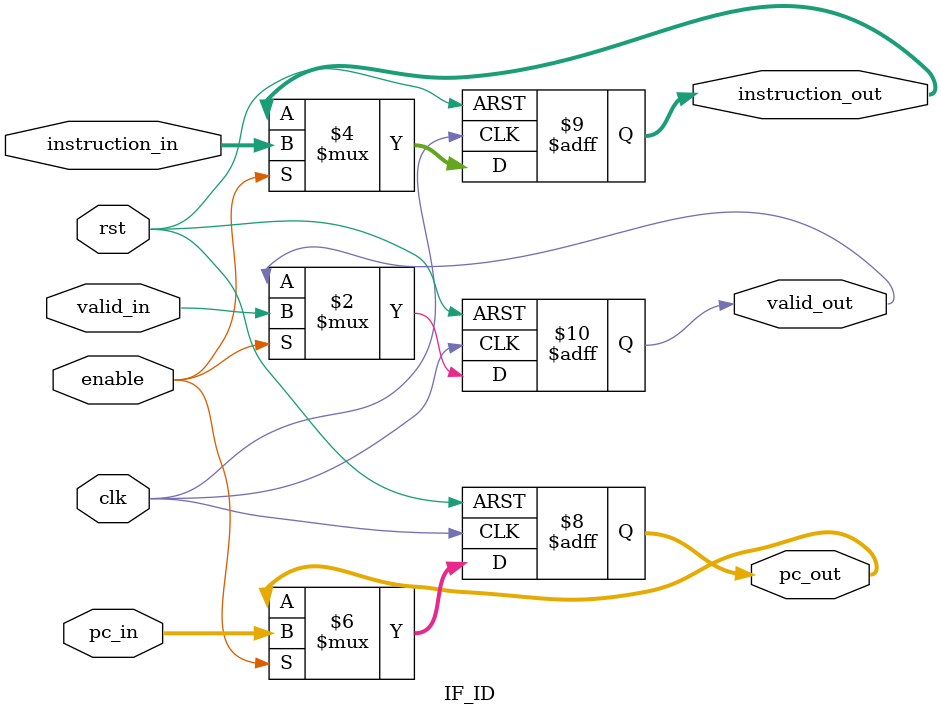
<source format=v>
`timescale 1ns/1ps
`default_nettype none

module IF_ID(
    input wire clk,
    input wire rst,
    input wire [31:0] pc_in,
    input wire [31:0] instruction_in,
    input wire enable,                 // INDUSTRY STANDARD: Enable signal for stalls
    input wire valid_in,
    output reg [31:0] pc_out,
    output reg [31:0] instruction_out,
    output reg valid_out
);

always @(posedge clk or posedge rst) begin
    if (rst) begin
        pc_out <= 32'b0;
        instruction_out <= 32'b0;
        valid_out <= 1'b0;
    end else if (enable) begin
        pc_out <= pc_in;
        instruction_out <= instruction_in;
        valid_out <= valid_in;
    end
    // else hold all values (stalled)
end

endmodule
</source>
